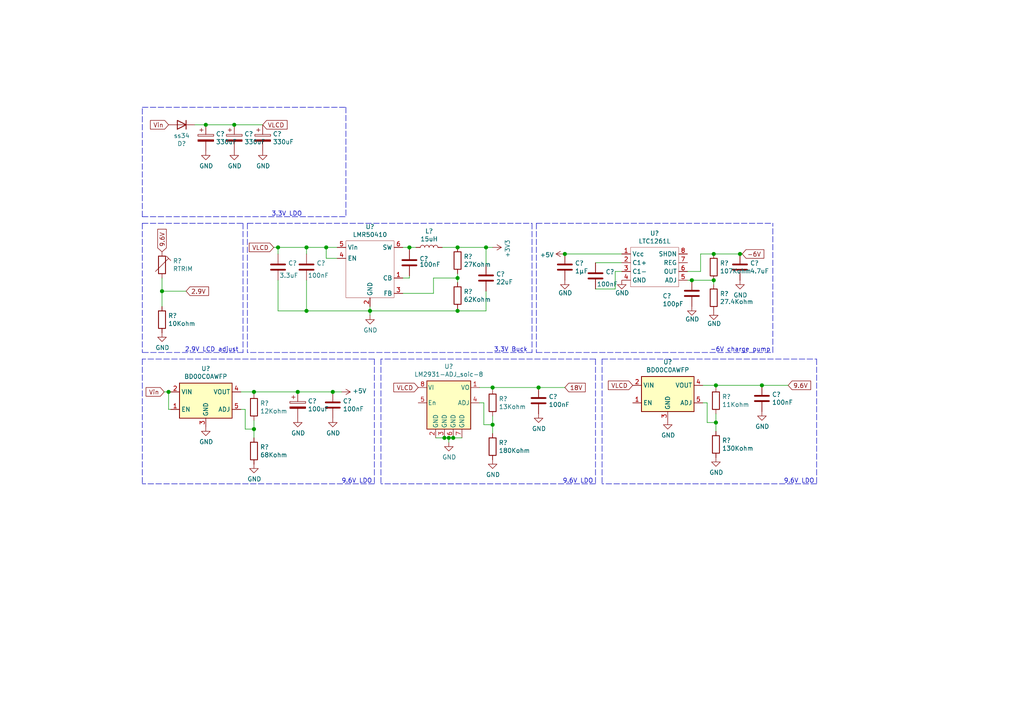
<source format=kicad_sch>
(kicad_sch (version 20210126) (generator eeschema)
  (paper "A4")
  (lib_symbols
    (symbol "00_LIB:LM2931-ADJ_soic-8" (pin_names (offset 0.254))
      (property "Reference" "U" (at -3.81 3.175 0))
      (property "Value" "LM2931-ADJ_soic-8" (at 0 3.175 0))
      (symbol "LM2931-ADJ_soic-8_0_1"
        (rectangle (start -6.35 1.905) (end 6.35 -12.065) (stroke (width 0.254)) (fill (type background)))
      )
      (symbol "LM2931-ADJ_soic-8_1_1"
        (pin power_out line (at 8.89 0 180) (length 2.54) (name "VO") (number "1"))
        (pin input line (at 8.89 -4.445 180) (length 2.54) (name "ADJ") (number "4"))
        (pin power_in line (at -8.89 0 0) (length 2.54) (name "VI") (number "8"))
        (pin input line (at -8.89 -4.445 0) (length 2.54) (name "En") (number "5"))
        (pin input line (at -3.81 -14.605 90) (length 2.54) (name "GND") (number "2"))
        (pin input line (at -1.27 -14.605 90) (length 2.54) (name "GND") (number "3"))
        (pin input line (at 1.27 -14.605 90) (length 2.54) (name "GND") (number "6"))
        (pin input line (at 3.81 -14.605 90) (length 2.54) (name "GND") (number "7"))
      )
    )
    (symbol "00_LIB:LMR50410"
      (property "Reference" "U" (at 0 10.795 0))
      (property "Value" "LMR50410" (at 0 8.89 0))
      (symbol "LMR50410_0_1"
        (rectangle (start -6.985 8.255) (end 6.985 -8.255) (stroke (width 0.0006)))
      )
      (symbol "LMR50410_1_1"
        (pin input line (at -9.525 6.35 0) (length 2.54) (name "Vin") (number "5"))
        (pin input line (at -9.525 3.175 0) (length 2.54) (name "EN") (number "4"))
        (pin input line (at 0 -10.795 90) (length 2.54) (name "GND") (number "2"))
        (pin input line (at 9.525 6.35 180) (length 2.54) (name "SW") (number "6"))
        (pin input line (at 9.525 -2.54 180) (length 2.54) (name "CB") (number "1"))
        (pin input line (at 9.525 -6.985 180) (length 2.54) (name "FB") (number "3"))
      )
    )
    (symbol "01-Global-LIB:LTC1261L"
      (property "Reference" "IC" (at 0 -1.905 0))
      (property "Value" "LTC1261L" (at 0 4.445 0))
      (symbol "LTC1261L_0_1"
        (rectangle (start -6.985 3.81) (end 6.985 -7.62) (stroke (width 0.0006)))
      )
      (symbol "LTC1261L_1_1"
        (pin passive line (at 9.525 1.905 180) (length 2.54) (name "SHDN") (number "8"))
        (pin passive line (at 9.525 -0.635 180) (length 2.54) (name "REG") (number "7"))
        (pin passive line (at 9.525 -3.175 180) (length 2.54) (name "OUT") (number "6"))
        (pin passive line (at 9.525 -5.715 180) (length 2.54) (name "ADJ") (number "5"))
        (pin passive line (at -9.525 1.905 0) (length 2.54) (name "Vcc") (number "1"))
        (pin passive line (at -9.525 -0.635 0) (length 2.54) (name "C1+") (number "2"))
        (pin passive line (at -9.525 -3.175 0) (length 2.54) (name "C1-") (number "3"))
        (pin passive line (at -9.525 -5.715 0) (length 2.54) (name "GND") (number "4"))
      )
    )
    (symbol "Device:C" (pin_numbers hide) (pin_names (offset 0.254))
      (property "Reference" "C" (at 0.635 2.54 0))
      (property "Value" "C" (at 0.635 -2.54 0))
      (symbol "C_0_1"
        (polyline (pts (xy -2.032 -0.762) (xy 2.032 -0.762)) (stroke (width 0.508)))
        (polyline (pts (xy -2.032 0.762) (xy 2.032 0.762)) (stroke (width 0.508)))
      )
      (symbol "C_1_1"
        (pin passive line (at 0 3.81 270) (length 2.794) (name "~") (number "1"))
        (pin passive line (at 0 -3.81 90) (length 2.794) (name "~") (number "2"))
      )
    )
    (symbol "Device:CP" (pin_numbers hide) (pin_names (offset 0.254))
      (property "Reference" "C" (at 0.635 2.54 0))
      (property "Value" "CP" (at 0.635 -2.54 0))
      (symbol "CP_0_1"
        (rectangle (start -2.286 0.508) (end 2.286 1.016))
        (rectangle (start 2.286 -0.508) (end -2.286 -1.016) (fill (type outline)))
        (polyline (pts (xy -1.778 2.286) (xy -0.762 2.286)))
        (polyline (pts (xy -1.27 2.794) (xy -1.27 1.778)))
      )
      (symbol "CP_1_1"
        (pin passive line (at 0 3.81 270) (length 2.794) (name "~") (number "1"))
        (pin passive line (at 0 -3.81 90) (length 2.794) (name "~") (number "2"))
      )
    )
    (symbol "Device:D" (pin_numbers hide) (pin_names (offset 1.016) hide)
      (property "Reference" "D" (at 0 2.54 0))
      (property "Value" "D" (at 0 -2.54 0))
      (symbol "D_0_1"
        (polyline (pts (xy -1.27 1.27) (xy -1.27 -1.27)) (stroke (width 0.254)))
        (polyline (pts (xy 1.27 0) (xy -1.27 0)))
        (polyline (pts (xy 1.27 1.27) (xy 1.27 -1.27) (xy -1.27 0) (xy 1.27 1.27)) (stroke (width 0.254)))
      )
      (symbol "D_1_1"
        (pin passive line (at -3.81 0 0) (length 2.54) (name "K") (number "1"))
        (pin passive line (at 3.81 0 180) (length 2.54) (name "A") (number "2"))
      )
    )
    (symbol "Device:L" (pin_numbers hide) (pin_names (offset 1.016) hide)
      (property "Reference" "L" (at -1.27 0 90))
      (property "Value" "L" (at 1.905 0 90))
      (symbol "L_0_1"
        (arc (start 0 -2.54) (end 0 -1.27) (radius (at 0 -1.905) (length 0.635) (angles -89.9 89.9)))
        (arc (start 0 -1.27) (end 0 0) (radius (at 0 -0.635) (length 0.635) (angles -89.9 89.9)))
        (arc (start 0 0) (end 0 1.27) (radius (at 0 0.635) (length 0.635) (angles -89.9 89.9)))
        (arc (start 0 1.27) (end 0 2.54) (radius (at 0 1.905) (length 0.635) (angles -89.9 89.9)))
      )
      (symbol "L_1_1"
        (pin passive line (at 0 3.81 270) (length 1.27) (name "1") (number "1"))
        (pin passive line (at 0 -3.81 90) (length 1.27) (name "2") (number "2"))
      )
    )
    (symbol "Device:R" (pin_numbers hide) (pin_names (offset 0))
      (property "Reference" "R" (at 2.032 0 90))
      (property "Value" "R" (at 0 0 90))
      (symbol "R_0_1"
        (rectangle (start -1.016 -2.54) (end 1.016 2.54) (stroke (width 0.254)))
      )
      (symbol "R_1_1"
        (pin passive line (at 0 3.81 270) (length 1.27) (name "~") (number "1"))
        (pin passive line (at 0 -3.81 90) (length 1.27) (name "~") (number "2"))
      )
    )
    (symbol "Device:RTRIM" (pin_numbers hide) (pin_names (offset 0))
      (property "Reference" "R" (at 2.54 -2.54 90))
      (property "Value" "RTRIM" (at -2.54 -0.635 90))
      (symbol "RTRIM_0_1"
        (rectangle (start -1.016 -2.54) (end 1.016 2.54) (stroke (width 0.254)))
        (polyline (pts (xy -1.905 -1.905) (xy 1.905 1.905) (xy 2.54 1.27) (xy 1.27 2.54)))
      )
      (symbol "RTRIM_1_1"
        (pin passive line (at 0 3.81 270) (length 1.27) (name "~") (number "1"))
        (pin passive line (at 0 -3.81 90) (length 1.27) (name "~") (number "2"))
      )
    )
    (symbol "Regulator_Linear:MIC29152WU"
      (property "Reference" "U" (at -6.35 6.35 0))
      (property "Value" "MIC29152WU" (at 2.54 6.35 0))
      (symbol "MIC29152WU_1_1"
        (rectangle (start -7.62 5.08) (end 7.62 -5.08) (stroke (width 0.254)) (fill (type background)))
        (pin input line (at -10.16 -2.54 0) (length 2.54) (name "EN") (number "1"))
        (pin power_in line (at -10.16 2.54 0) (length 2.54) (name "VIN") (number "2"))
        (pin power_in line (at 0 -7.62 90) (length 2.54) (name "GND") (number "3"))
        (pin power_out line (at 10.16 2.54 180) (length 2.54) (name "VOUT") (number "4"))
        (pin input line (at 10.16 -2.54 180) (length 2.54) (name "ADJ") (number "5"))
      )
    )
    (symbol "power:+3.3V" (power) (pin_names (offset 0))
      (property "Value" "+3.3V" (at 0 3.556 0))
      (symbol "+3.3V_0_1"
        (polyline (pts (xy -0.762 1.27) (xy 0 2.54)))
        (polyline (pts (xy 0 0) (xy 0 2.54)))
        (polyline (pts (xy 0 2.54) (xy 0.762 1.27)))
      )
      (symbol "+3.3V_1_1"
        (pin power_in line (at 0 0 90) (length 0) hide (name "+3V3") (number "1"))
      )
    )
    (symbol "power:+5V" (power) (pin_names (offset 0))
      (property "Value" "+5V" (at 0 3.556 0))
      (symbol "+5V_0_1"
        (polyline (pts (xy -0.762 1.27) (xy 0 2.54)))
        (polyline (pts (xy 0 0) (xy 0 2.54)))
        (polyline (pts (xy 0 2.54) (xy 0.762 1.27)))
      )
      (symbol "+5V_1_1"
        (pin power_in line (at 0 0 90) (length 0) hide (name "+5V") (number "1"))
      )
    )
    (symbol "power:GND" (power) (pin_names (offset 0))
      (property "Value" "GND" (at 0 -3.81 0))
      (symbol "GND_0_1"
        (polyline (pts (xy 0 0) (xy 0 -1.27) (xy 1.27 -1.27) (xy 0 -2.54) (xy -1.27 -1.27) (xy 0 -1.27)))
      )
      (symbol "GND_1_1"
        (pin power_in line (at 0 0 270) (length 0) hide (name "GND") (number "1"))
      )
    )
  )
  (junction (at 46.99 84.455) (diameter 1.016))
  (junction (at 48.895 113.665) (diameter 1.016))
  (junction (at 59.69 36.195) (diameter 1.016))
  (junction (at 67.945 36.195) (diameter 1.016))
  (junction (at 73.66 113.665) (diameter 1.016))
  (junction (at 73.66 124.46) (diameter 1.016))
  (junction (at 80.645 71.755) (diameter 1.016))
  (junction (at 86.36 113.665) (diameter 1.016))
  (junction (at 88.9 71.755) (diameter 1.016))
  (junction (at 88.9 90.17) (diameter 1.016))
  (junction (at 94.615 71.755) (diameter 1.016))
  (junction (at 96.52 113.665) (diameter 1.016))
  (junction (at 107.315 90.17) (diameter 1.016))
  (junction (at 118.745 71.755) (diameter 1.016))
  (junction (at 128.905 127) (diameter 1.016))
  (junction (at 130.175 127) (diameter 1.016))
  (junction (at 131.445 127) (diameter 1.016))
  (junction (at 132.715 71.755) (diameter 1.016))
  (junction (at 132.715 80.645) (diameter 1.016))
  (junction (at 132.715 90.17) (diameter 1.016))
  (junction (at 140.97 71.755) (diameter 1.016))
  (junction (at 142.875 112.395) (diameter 1.016))
  (junction (at 142.875 123.19) (diameter 1.016))
  (junction (at 156.21 112.395) (diameter 1.016))
  (junction (at 163.83 73.66) (diameter 1.016))
  (junction (at 200.66 81.28) (diameter 1.016))
  (junction (at 207.01 73.66) (diameter 1.016))
  (junction (at 207.01 81.28) (diameter 1.016))
  (junction (at 207.645 111.76) (diameter 1.016))
  (junction (at 207.645 122.555) (diameter 1.016))
  (junction (at 214.63 73.66) (diameter 1.016))
  (junction (at 220.98 111.76) (diameter 1.016))
  (wire (pts (xy 46.99 80.645) (xy 46.99 84.455)))
  (wire (pts (xy 46.99 84.455) (xy 46.99 88.9)))
  (wire (pts (xy 46.99 84.455) (xy 53.975 84.455)))
  (wire (pts (xy 47.625 113.665) (xy 48.895 113.665)))
  (wire (pts (xy 48.895 113.665) (xy 48.895 118.745)))
  (wire (pts (xy 48.895 113.665) (xy 49.53 113.665)))
  (wire (pts (xy 48.895 118.745) (xy 49.53 118.745)))
  (wire (pts (xy 56.515 36.195) (xy 59.69 36.195)))
  (wire (pts (xy 59.69 36.195) (xy 67.945 36.195)))
  (wire (pts (xy 67.945 36.195) (xy 76.2 36.195)))
  (wire (pts (xy 69.85 113.665) (xy 73.66 113.665)))
  (wire (pts (xy 69.85 118.745) (xy 71.12 118.745)))
  (wire (pts (xy 71.12 118.745) (xy 71.12 124.46)))
  (wire (pts (xy 71.12 124.46) (xy 73.66 124.46)))
  (wire (pts (xy 73.66 113.665) (xy 86.36 113.665)))
  (wire (pts (xy 73.66 114.3) (xy 73.66 113.665)))
  (wire (pts (xy 73.66 121.92) (xy 73.66 124.46)))
  (wire (pts (xy 73.66 124.46) (xy 73.66 127)))
  (wire (pts (xy 79.375 71.755) (xy 80.645 71.755)))
  (wire (pts (xy 80.645 71.755) (xy 80.645 73.66)))
  (wire (pts (xy 80.645 71.755) (xy 88.9 71.755)))
  (wire (pts (xy 80.645 81.28) (xy 80.645 90.17)))
  (wire (pts (xy 80.645 90.17) (xy 88.9 90.17)))
  (wire (pts (xy 86.36 113.665) (xy 96.52 113.665)))
  (wire (pts (xy 88.9 71.755) (xy 88.9 73.66)))
  (wire (pts (xy 88.9 71.755) (xy 94.615 71.755)))
  (wire (pts (xy 88.9 81.28) (xy 88.9 90.17)))
  (wire (pts (xy 88.9 90.17) (xy 107.315 90.17)))
  (wire (pts (xy 94.615 71.755) (xy 97.79 71.755)))
  (wire (pts (xy 94.615 74.93) (xy 94.615 71.755)))
  (wire (pts (xy 96.52 113.665) (xy 99.06 113.665)))
  (wire (pts (xy 97.79 74.93) (xy 94.615 74.93)))
  (wire (pts (xy 107.315 90.17) (xy 107.315 88.9)))
  (wire (pts (xy 107.315 90.17) (xy 107.315 91.44)))
  (wire (pts (xy 116.84 71.755) (xy 118.745 71.755)))
  (wire (pts (xy 116.84 80.645) (xy 118.745 80.645)))
  (wire (pts (xy 116.84 85.09) (xy 125.73 85.09)))
  (wire (pts (xy 118.745 71.755) (xy 118.745 72.39)))
  (wire (pts (xy 118.745 71.755) (xy 120.65 71.755)))
  (wire (pts (xy 118.745 80.645) (xy 118.745 80.01)))
  (wire (pts (xy 125.73 80.645) (xy 132.715 80.645)))
  (wire (pts (xy 125.73 85.09) (xy 125.73 80.645)))
  (wire (pts (xy 126.365 127) (xy 128.905 127)))
  (wire (pts (xy 128.905 127) (xy 130.175 127)))
  (wire (pts (xy 130.175 127) (xy 130.175 128.27)))
  (wire (pts (xy 130.175 127) (xy 131.445 127)))
  (wire (pts (xy 131.445 127) (xy 133.985 127)))
  (wire (pts (xy 132.715 71.755) (xy 128.27 71.755)))
  (wire (pts (xy 132.715 80.645) (xy 132.715 79.375)))
  (wire (pts (xy 132.715 80.645) (xy 132.715 81.915)))
  (wire (pts (xy 132.715 89.535) (xy 132.715 90.17)))
  (wire (pts (xy 132.715 90.17) (xy 107.315 90.17)))
  (wire (pts (xy 132.715 90.17) (xy 140.97 90.17)))
  (wire (pts (xy 139.065 112.395) (xy 142.875 112.395)))
  (wire (pts (xy 139.065 116.84) (xy 140.335 116.84)))
  (wire (pts (xy 140.335 116.84) (xy 140.335 123.19)))
  (wire (pts (xy 140.335 123.19) (xy 142.875 123.19)))
  (wire (pts (xy 140.97 71.755) (xy 132.715 71.755)))
  (wire (pts (xy 140.97 71.755) (xy 142.875 71.755)))
  (wire (pts (xy 140.97 76.835) (xy 140.97 71.755)))
  (wire (pts (xy 140.97 90.17) (xy 140.97 84.455)))
  (wire (pts (xy 142.875 112.395) (xy 156.21 112.395)))
  (wire (pts (xy 142.875 113.03) (xy 142.875 112.395)))
  (wire (pts (xy 142.875 120.65) (xy 142.875 123.19)))
  (wire (pts (xy 142.875 123.19) (xy 142.875 125.73)))
  (wire (pts (xy 156.21 112.395) (xy 163.83 112.395)))
  (wire (pts (xy 163.83 73.66) (xy 180.34 73.66)))
  (wire (pts (xy 172.72 76.2) (xy 180.34 76.2)))
  (wire (pts (xy 178.435 78.74) (xy 178.435 83.82)))
  (wire (pts (xy 178.435 83.82) (xy 172.72 83.82)))
  (wire (pts (xy 180.34 78.74) (xy 178.435 78.74)))
  (wire (pts (xy 199.39 78.74) (xy 203.2 78.74)))
  (wire (pts (xy 199.39 81.28) (xy 200.66 81.28)))
  (wire (pts (xy 200.66 81.28) (xy 207.01 81.28)))
  (wire (pts (xy 203.2 73.66) (xy 207.01 73.66)))
  (wire (pts (xy 203.2 78.74) (xy 203.2 73.66)))
  (wire (pts (xy 203.835 111.76) (xy 207.645 111.76)))
  (wire (pts (xy 203.835 116.84) (xy 205.105 116.84)))
  (wire (pts (xy 205.105 116.84) (xy 205.105 122.555)))
  (wire (pts (xy 205.105 122.555) (xy 207.645 122.555)))
  (wire (pts (xy 207.01 73.66) (xy 214.63 73.66)))
  (wire (pts (xy 207.01 81.28) (xy 207.01 82.55)))
  (wire (pts (xy 207.645 111.76) (xy 220.98 111.76)))
  (wire (pts (xy 207.645 112.395) (xy 207.645 111.76)))
  (wire (pts (xy 207.645 120.015) (xy 207.645 122.555)))
  (wire (pts (xy 207.645 122.555) (xy 207.645 125.095)))
  (wire (pts (xy 214.63 73.66) (xy 215.265 73.66)))
  (wire (pts (xy 220.98 111.76) (xy 228.6 111.76)))
  (polyline (pts (xy 41.275 31.115) (xy 100.33 31.115)) (stroke (width 0) (type dash)))
  (polyline (pts (xy 41.275 62.865) (xy 41.275 31.115)) (stroke (width 0) (type dash)))
  (polyline (pts (xy 41.275 62.865) (xy 100.33 62.865)) (stroke (width 0) (type dash)))
  (polyline (pts (xy 41.275 64.77) (xy 41.275 102.235)) (stroke (width 0) (type dash)))
  (polyline (pts (xy 41.275 64.77) (xy 70.485 64.77)) (stroke (width 0) (type dash)))
  (polyline (pts (xy 41.275 104.14) (xy 41.275 140.335)) (stroke (width 0) (type dash)))
  (polyline (pts (xy 70.485 64.77) (xy 70.485 102.235)) (stroke (width 0) (type dash)))
  (polyline (pts (xy 70.485 102.235) (xy 41.275 102.235)) (stroke (width 0) (type dash)))
  (polyline (pts (xy 71.755 64.77) (xy 71.755 102.235)) (stroke (width 0) (type dash)))
  (polyline (pts (xy 71.755 64.77) (xy 154.305 64.77)) (stroke (width 0) (type dash)))
  (polyline (pts (xy 100.33 31.115) (xy 100.33 62.865)) (stroke (width 0) (type dash)))
  (polyline (pts (xy 108.585 104.14) (xy 41.275 104.14)) (stroke (width 0) (type dash)))
  (polyline (pts (xy 108.585 104.14) (xy 108.585 140.335)) (stroke (width 0) (type dash)))
  (polyline (pts (xy 108.585 140.335) (xy 41.275 140.335)) (stroke (width 0) (type dash)))
  (polyline (pts (xy 110.49 104.14) (xy 110.49 140.335)) (stroke (width 0) (type dash)))
  (polyline (pts (xy 154.305 64.77) (xy 154.305 102.235)) (stroke (width 0) (type dash)))
  (polyline (pts (xy 154.305 102.235) (xy 71.755 102.235)) (stroke (width 0) (type dash)))
  (polyline (pts (xy 155.575 64.77) (xy 155.575 102.235)) (stroke (width 0) (type dash)))
  (polyline (pts (xy 155.575 64.77) (xy 224.155 64.77)) (stroke (width 0) (type dash)))
  (polyline (pts (xy 155.575 102.235) (xy 224.155 102.235)) (stroke (width 0) (type dash)))
  (polyline (pts (xy 172.72 104.14) (xy 110.49 104.14)) (stroke (width 0) (type dash)))
  (polyline (pts (xy 172.72 104.14) (xy 172.72 140.335)) (stroke (width 0) (type dash)))
  (polyline (pts (xy 172.72 140.335) (xy 110.49 140.335)) (stroke (width 0) (type dash)))
  (polyline (pts (xy 174.625 104.14) (xy 174.625 140.335)) (stroke (width 0) (type dash)))
  (polyline (pts (xy 174.625 104.14) (xy 236.855 104.14)) (stroke (width 0) (type dash)))
  (polyline (pts (xy 224.155 102.235) (xy 224.155 64.77)) (stroke (width 0) (type dash)))
  (polyline (pts (xy 236.855 104.14) (xy 236.855 140.335)) (stroke (width 0) (type dash)))
  (polyline (pts (xy 236.855 140.335) (xy 174.625 140.335)) (stroke (width 0) (type dash)))
  (text "2.9V LCD adjust\n" (at 69.215 102.235 180) (effects (font (size 1.27 1.27)) (justify right bottom)))
  (text "3.3V LDO\n" (at 87.63 62.865 180) (effects (font (size 1.27 1.27)) (justify right bottom)))
  (text "9.6V LDO\n" (at 107.95 140.335 180) (effects (font (size 1.27 1.27)) (justify right bottom)))
  (text "3.3V Buck\n" (at 153.035 102.235 180) (effects (font (size 1.27 1.27)) (justify right bottom)))
  (text "9.6V LDO\n" (at 172.085 140.335 180) (effects (font (size 1.27 1.27)) (justify right bottom)))
  (text "-6V charge pump\n" (at 223.52 102.235 180) (effects (font (size 1.27 1.27)) (justify right bottom)))
  (text "9.6V LDO\n" (at 236.22 140.335 180) (effects (font (size 1.27 1.27)) (justify right bottom)))
  (global_label "9.6V" (shape input) (at 46.99 73.025 90) (property "Intersheet References" "${INTERSHEET_REFS}" (effects hide)))
  (global_label "Vin" (shape input) (at 47.625 113.665 180) (property "Intersheet References" "${INTERSHEET_REFS}" (effects hide)))
  (global_label "Vin" (shape input) (at 48.895 36.195 180) (property "Intersheet References" "${INTERSHEET_REFS}" (effects hide)))
  (global_label "2.9V" (shape input) (at 53.975 84.455 0) (property "Intersheet References" "${INTERSHEET_REFS}" (effects hide)))
  (global_label "VLCD" (shape input) (at 76.2 36.195 0) (property "Intersheet References" "${INTERSHEET_REFS}" (effects hide)))
  (global_label "VLCD" (shape input) (at 79.375 71.755 180) (property "Intersheet References" "${INTERSHEET_REFS}" (effects hide)))
  (global_label "VLCD" (shape input) (at 121.285 112.395 180) (property "Intersheet References" "${INTERSHEET_REFS}" (effects hide)))
  (global_label "18V" (shape input) (at 163.83 112.395 0) (property "Intersheet References" "${INTERSHEET_REFS}" (effects hide)))
  (global_label "VLCD" (shape input) (at 183.515 111.76 180) (property "Intersheet References" "${INTERSHEET_REFS}" (effects hide)))
  (global_label "-6V" (shape input) (at 215.265 73.66 0) (property "Intersheet References" "${INTERSHEET_REFS}" (effects hide)))
  (global_label "9.6V" (shape input) (at 228.6 111.76 0) (property "Intersheet References" "${INTERSHEET_REFS}" (effects hide)))
  (symbol (lib_id "power:+5V") (at 99.06 113.665 270) (unit 1)
    (property "Reference" "#PWR?" (effects hide))
    (property "Value" "+5V" (at 102.2351 113.3983 90) (effects (justify left)))
  )
  (symbol (lib_id "power:+3.3V") (at 142.875 71.755 270) (unit 1)
    (property "Reference" "#PWR?" (effects hide))
    (property "Value" "+3.3V" (at 147.1994 72.1233 0))
  )
  (symbol (lib_id "power:+5V") (at 163.83 73.66 90) (unit 1)
    (property "Reference" "#PWR?" (effects hide))
    (property "Value" "+5V" (at 160.6549 73.9267 90) (effects (justify left)))
  )
  (symbol (lib_id "Device:L") (at 124.46 71.755 90) (unit 1)
    (property "Reference" "L?" (at 124.46 67.0368 90))
    (property "Value" "15uH" (at 124.46 69.335 90))
    (property "Footprint" "Inductor_SMD:L_10.4x10.4_H4.8" (effects hide))
    (property "LCSC" "C156417" (effects hide))
    (property "Orderd" "4" (effects hide))
  )
  (symbol (lib_id "power:GND") (at 46.99 96.52 0) (unit 1)
    (property "Reference" "#PWR?" (effects hide))
    (property "Value" "GND" (at 47.1043 100.8444 0))
  )
  (symbol (lib_id "power:GND") (at 59.69 43.815 0) (unit 1)
    (property "Reference" "#PWR?" (effects hide))
    (property "Value" "GND" (at 59.8043 48.1394 0))
  )
  (symbol (lib_id "power:GND") (at 59.69 123.825 0) (unit 1)
    (property "Reference" "#PWR?" (effects hide))
    (property "Value" "GND" (at 59.8043 128.1494 0))
  )
  (symbol (lib_id "power:GND") (at 67.945 43.815 0) (unit 1)
    (property "Reference" "#PWR?" (effects hide))
    (property "Value" "GND" (at 68.0593 48.1394 0))
  )
  (symbol (lib_id "power:GND") (at 73.66 134.62 0) (unit 1)
    (property "Reference" "#PWR?" (effects hide))
    (property "Value" "GND" (at 73.7743 138.9444 0))
  )
  (symbol (lib_id "power:GND") (at 76.2 43.815 0) (unit 1)
    (property "Reference" "#PWR?" (effects hide))
    (property "Value" "GND" (at 76.3143 48.1394 0))
  )
  (symbol (lib_id "power:GND") (at 86.36 121.285 0) (unit 1)
    (property "Reference" "#PWR?" (effects hide))
    (property "Value" "GND" (at 86.4743 125.6094 0))
  )
  (symbol (lib_id "power:GND") (at 96.52 121.285 0) (unit 1)
    (property "Reference" "#PWR?" (effects hide))
    (property "Value" "GND" (at 96.6343 125.6094 0))
  )
  (symbol (lib_id "power:GND") (at 107.315 91.44 0) (unit 1)
    (property "Reference" "#PWR?" (effects hide))
    (property "Value" "GND" (at 107.4293 95.7644 0))
  )
  (symbol (lib_id "power:GND") (at 130.175 128.27 0) (unit 1)
    (property "Reference" "#PWR?" (effects hide))
    (property "Value" "GND" (at 130.2893 132.5944 0))
  )
  (symbol (lib_id "power:GND") (at 142.875 133.35 0) (unit 1)
    (property "Reference" "#PWR?" (effects hide))
    (property "Value" "GND" (at 142.9893 137.6744 0))
  )
  (symbol (lib_id "power:GND") (at 156.21 120.015 0) (unit 1)
    (property "Reference" "#PWR?" (effects hide))
    (property "Value" "GND" (at 156.3243 124.3394 0))
  )
  (symbol (lib_id "power:GND") (at 163.83 81.28 0) (unit 1)
    (property "Reference" "#PWR?" (effects hide))
    (property "Value" "GND" (at 163.9443 84.9694 0))
  )
  (symbol (lib_id "power:GND") (at 180.34 81.28 0) (unit 1)
    (property "Reference" "#PWR?" (effects hide))
    (property "Value" "GND" (at 180.4543 84.9694 0))
  )
  (symbol (lib_id "power:GND") (at 193.675 121.92 0) (unit 1)
    (property "Reference" "#PWR?" (effects hide))
    (property "Value" "GND" (at 193.7893 126.2444 0))
  )
  (symbol (lib_id "power:GND") (at 200.66 88.9 0) (unit 1)
    (property "Reference" "#PWR?" (effects hide))
    (property "Value" "GND" (at 200.7743 92.5894 0))
  )
  (symbol (lib_id "power:GND") (at 207.01 90.17 0) (unit 1)
    (property "Reference" "#PWR?" (effects hide))
    (property "Value" "GND" (at 207.1243 93.8594 0))
  )
  (symbol (lib_id "power:GND") (at 207.645 132.715 0) (unit 1)
    (property "Reference" "#PWR?" (effects hide))
    (property "Value" "GND" (at 207.7593 137.0394 0))
  )
  (symbol (lib_id "power:GND") (at 214.63 81.28 0) (unit 1)
    (property "Reference" "#PWR?" (effects hide))
    (property "Value" "GND" (at 214.7443 85.6044 0))
  )
  (symbol (lib_id "power:GND") (at 220.98 119.38 0) (unit 1)
    (property "Reference" "#PWR?" (effects hide))
    (property "Value" "GND" (at 221.0943 123.7044 0))
  )
  (symbol (lib_id "Device:R") (at 46.99 92.71 0) (unit 1)
    (property "Reference" "R?" (at 48.7681 91.5606 0) (effects (justify left)))
    (property "Value" "10Kohm" (at 48.768 93.859 0) (effects (justify left)))
    (property "Footprint" "Resistor_SMD:R_0805_2012Metric_Pad1.20x1.40mm_HandSolder" (effects hide))
  )
  (symbol (lib_id "Device:R") (at 73.66 118.11 0) (unit 1)
    (property "Reference" "R?" (at 75.4381 116.9606 0) (effects (justify left)))
    (property "Value" "12Kohm" (at 75.438 119.259 0) (effects (justify left)))
    (property "Footprint" "Resistor_SMD:R_0805_2012Metric_Pad1.20x1.40mm_HandSolder" (effects hide))
    (property "LCSC" "C170031" (effects hide))
  )
  (symbol (lib_id "Device:R") (at 73.66 130.81 0) (unit 1)
    (property "Reference" "R?" (at 75.4381 129.6606 0) (effects (justify left)))
    (property "Value" "68Kohm" (at 75.438 131.959 0) (effects (justify left)))
    (property "Footprint" "Resistor_SMD:R_0805_2012Metric_Pad1.20x1.40mm_HandSolder" (effects hide))
    (property "LCSC" "C706267" (effects hide))
  )
  (symbol (lib_id "Device:R") (at 132.715 75.565 0) (unit 1)
    (property "Reference" "R?" (at 134.4931 74.4156 0) (effects (justify left)))
    (property "Value" "27Kohm" (at 134.493 76.714 0) (effects (justify left)))
    (property "Footprint" "Resistor_SMD:R_0805_2012Metric_Pad1.20x1.40mm_HandSolder" (effects hide))
    (property "LCSC" "C706252" (effects hide))
    (property "Orderd" "50" (effects hide))
  )
  (symbol (lib_id "Device:R") (at 132.715 85.725 0) (unit 1)
    (property "Reference" "R?" (at 134.4931 84.5756 0) (effects (justify left)))
    (property "Value" "62Kohm" (at 134.493 86.874 0) (effects (justify left)))
    (property "Footprint" "Resistor_SMD:R_0805_2012Metric_Pad1.20x1.40mm_HandSolder" (effects hide))
    (property "LCSC" "C422851" (effects hide))
    (property "Orderd" "100" (effects hide))
  )
  (symbol (lib_id "Device:R") (at 142.875 116.84 0) (unit 1)
    (property "Reference" "R?" (at 144.6531 115.6906 0) (effects (justify left)))
    (property "Value" "13Kohm" (at 144.653 117.989 0) (effects (justify left)))
    (property "Footprint" "Resistor_SMD:R_0805_2012Metric_Pad1.20x1.40mm_HandSolder" (effects hide))
    (property "LCSC" "C170031" (effects hide))
  )
  (symbol (lib_id "Device:R") (at 142.875 129.54 0) (unit 1)
    (property "Reference" "R?" (at 144.6531 128.3906 0) (effects (justify left)))
    (property "Value" "180Kohm" (at 144.653 130.689 0) (effects (justify left)))
    (property "Footprint" "Resistor_SMD:R_0805_2012Metric_Pad1.20x1.40mm_HandSolder" (effects hide))
    (property "LCSC" "C706267" (effects hide))
  )
  (symbol (lib_id "Device:R") (at 207.01 77.47 0) (unit 1)
    (property "Reference" "R?" (at 208.7881 76.3206 0) (effects (justify left)))
    (property "Value" "107Kohm" (at 208.788 78.619 0) (effects (justify left)))
    (property "Footprint" "Resistor_SMD:R_0805_2012Metric_Pad1.20x1.40mm_HandSolder" (effects hide))
    (property "LCSC" "C409944" (effects hide))
    (property "Orderd" "100" (effects hide))
  )
  (symbol (lib_id "Device:R") (at 207.01 86.36 0) (unit 1)
    (property "Reference" "R?" (at 208.7881 85.2106 0) (effects (justify left)))
    (property "Value" "27.4Kohm" (at 208.788 87.509 0) (effects (justify left)))
    (property "Footprint" "Resistor_SMD:R_0805_2012Metric_Pad1.20x1.40mm_HandSolder" (effects hide))
    (property "LCSC" "C17587" (effects hide))
    (property "Orderd" "100" (effects hide))
  )
  (symbol (lib_id "Device:R") (at 207.645 116.205 0) (unit 1)
    (property "Reference" "R?" (at 209.4231 115.0556 0) (effects (justify left)))
    (property "Value" "11Kohm" (at 209.423 117.354 0) (effects (justify left)))
    (property "Footprint" "Resistor_SMD:R_0805_2012Metric_Pad1.20x1.40mm_HandSolder" (effects hide))
    (property "LCSC" "C170031" (effects hide))
  )
  (symbol (lib_id "Device:R") (at 207.645 128.905 0) (unit 1)
    (property "Reference" "R?" (at 209.4231 127.7556 0) (effects (justify left)))
    (property "Value" "130Kohm" (at 209.423 130.054 0) (effects (justify left)))
    (property "Footprint" "Resistor_SMD:R_0805_2012Metric_Pad1.20x1.40mm_HandSolder" (effects hide))
    (property "LCSC" "C706267" (effects hide))
  )
  (symbol (lib_id "Device:D") (at 52.705 36.195 180) (unit 1)
    (property "Reference" "D?" (at 52.705 41.6814 0))
    (property "Value" "ss34" (at 52.705 39.37 0))
    (property "Footprint" "Diode_SMD:D_SMA_Handsoldering" (effects hide))
    (property "LCSC" "C83961" (effects hide))
    (property "Orderd" "100" (effects hide))
  )
  (symbol (lib_id "Device:RTRIM") (at 46.99 76.835 0) (unit 1)
    (property "Reference" "R?" (at 50.1651 75.6856 0) (effects (justify left)))
    (property "Value" "RTRIM" (at 50.1651 77.9843 0) (effects (justify left)))
    (property "Footprint" "Potentiometer_SMD:Potentiometer_Bourns_3214J_Horizontal" (effects hide))
    (property "LCSC" "C128545" (effects hide))
  )
  (symbol (lib_id "Device:CP") (at 59.69 40.005 0) (unit 1)
    (property "Reference" "C?" (at 62.6111 38.8556 0) (effects (justify left)))
    (property "Value" "330uF" (at 62.611 41.154 0) (effects (justify left)))
    (property "Footprint" "Capacitor_SMD:CP_Elec_10x10.5" (effects hide))
    (property "LCSC" "C19606" (effects hide))
    (property "Orderd" "20" (effects hide))
  )
  (symbol (lib_id "Device:CP") (at 67.945 40.005 0) (unit 1)
    (property "Reference" "C?" (at 70.8661 38.8556 0) (effects (justify left)))
    (property "Value" "330uF" (at 70.866 41.154 0) (effects (justify left)))
    (property "Footprint" "Capacitor_SMD:CP_Elec_10x10.5" (effects hide))
    (property "LCSC" "C19606" (effects hide))
    (property "Orderd" "20" (effects hide))
  )
  (symbol (lib_id "Device:CP") (at 76.2 40.005 0) (unit 1)
    (property "Reference" "C?" (at 79.1211 38.8556 0) (effects (justify left)))
    (property "Value" "330uF" (at 79.121 41.154 0) (effects (justify left)))
    (property "Footprint" "Capacitor_SMD:CP_Elec_10x10.5" (effects hide))
    (property "LCSC" "C19606" (effects hide))
    (property "Orderd" "20" (effects hide))
  )
  (symbol (lib_id "Device:C") (at 80.645 77.47 0) (unit 1)
    (property "Reference" "C?" (at 83.5661 76.3206 0) (effects (justify left)))
    (property "Value" "3.3uF" (at 81.026 79.889 0) (effects (justify left)))
    (property "Footprint" "Capacitor_SMD:CP_Elec_4x5.7" (effects hide))
    (property "LCSC" "C249911" (effects hide))
    (property "Orderd" "10" (effects hide))
  )
  (symbol (lib_id "Device:CP") (at 86.36 117.475 0) (unit 1)
    (property "Reference" "C?" (at 89.2811 116.3256 0) (effects (justify left)))
    (property "Value" "100uF" (at 89.281 118.624 0) (effects (justify left)))
    (property "Footprint" "Capacitor_SMD:CP_Elec_5x5.4" (effects hide))
  )
  (symbol (lib_id "Device:C") (at 88.9 77.47 0) (unit 1)
    (property "Reference" "C?" (at 91.8211 76.3206 0) (effects (justify left)))
    (property "Value" "100nF" (at 89.281 79.889 0) (effects (justify left)))
    (property "Footprint" "Capacitor_SMD:C_0805_2012Metric_Pad1.18x1.45mm_HandSolder" (effects hide))
    (property "Orderd" "1000" (effects hide))
  )
  (symbol (lib_id "Device:C") (at 96.52 117.475 0) (unit 1)
    (property "Reference" "C?" (at 99.4411 116.3256 0) (effects (justify left)))
    (property "Value" "100nF" (at 99.441 118.624 0) (effects (justify left)))
    (property "Footprint" "Capacitor_SMD:C_0805_2012Metric_Pad1.18x1.45mm_HandSolder" (effects hide))
    (property "LCSC" "C168908" (effects hide))
    (property "Orderd" "100" (effects hide))
  )
  (symbol (lib_id "Device:C") (at 118.745 76.2 0) (unit 1)
    (property "Reference" "C?" (at 121.6661 75.0506 0) (effects (justify left)))
    (property "Value" "100nF" (at 121.666 76.714 0) (effects (justify left)))
    (property "Footprint" "Capacitor_SMD:C_0805_2012Metric_Pad1.18x1.45mm_HandSolder" (effects hide))
    (property "Orderd" "1000" (effects hide))
  )
  (symbol (lib_id "Device:C") (at 140.97 80.645 0) (unit 1)
    (property "Reference" "C?" (at 143.8911 79.4956 0) (effects (justify left)))
    (property "Value" "22uF" (at 143.891 81.794 0) (effects (justify left)))
    (property "Footprint" "Capacitor_SMD:CP_Elec_3x5.3" (effects hide))
    (property "LCSC" "C249481" (effects hide))
    (property "Orderd" "10" (effects hide))
  )
  (symbol (lib_id "Device:C") (at 156.21 116.205 0) (unit 1)
    (property "Reference" "C?" (at 159.1311 115.0556 0) (effects (justify left)))
    (property "Value" "100nF" (at 159.131 117.354 0) (effects (justify left)))
    (property "Footprint" "Capacitor_SMD:C_0805_2012Metric_Pad1.18x1.45mm_HandSolder" (effects hide))
    (property "LCSC" "C168908" (effects hide))
    (property "Orderd" "100" (effects hide))
  )
  (symbol (lib_id "Device:C") (at 163.83 77.47 0) (unit 1)
    (property "Reference" "C?" (at 166.7511 76.3206 0) (effects (justify left)))
    (property "Value" "1µF" (at 166.751 78.619 0) (effects (justify left)))
    (property "Footprint" "Capacitor_SMD:C_0805_2012Metric_Pad1.18x1.45mm_HandSolder" (effects hide))
    (property "LCSC" "C50683" (effects hide))
    (property "Orderd" "200" (effects hide))
  )
  (symbol (lib_id "Device:C") (at 172.72 80.01 0) (unit 1)
    (property "Reference" "C?" (at 175.6411 78.8606 0) (effects (justify left)))
    (property "Value" "100nF" (at 173.101 82.429 0) (effects (justify left)))
    (property "Footprint" "Capacitor_SMD:C_0805_2012Metric_Pad1.18x1.45mm_HandSolder" (effects hide))
    (property "Orderd" "1000" (effects hide))
  )
  (symbol (lib_id "Device:C") (at 200.66 85.09 0) (unit 1)
    (property "Reference" "C?" (at 192.1511 85.8456 0) (effects (justify left)))
    (property "Value" "100pF" (at 192.151 88.144 0) (effects (justify left)))
    (property "Footprint" "Capacitor_SMD:C_0805_2012Metric_Pad1.18x1.45mm_HandSolder" (effects hide))
    (property "LCSC" "C82028" (effects hide))
    (property "Orderd" "200" (effects hide))
  )
  (symbol (lib_id "Device:C") (at 214.63 77.47 0) (unit 1)
    (property "Reference" "C?" (at 217.5511 76.3206 0) (effects (justify left)))
    (property "Value" "4.7uF" (at 217.5511 78.6193 0) (effects (justify left)))
    (property "Footprint" "Capacitor_SMD:C_0805_2012Metric_Pad1.18x1.45mm_HandSolder" (effects hide))
    (property "LCSC" "C168908" (effects hide))
    (property "Orderd" "100" (effects hide))
  )
  (symbol (lib_id "Device:C") (at 220.98 115.57 0) (unit 1)
    (property "Reference" "C?" (at 223.9011 114.4206 0) (effects (justify left)))
    (property "Value" "100nF" (at 223.901 116.719 0) (effects (justify left)))
    (property "Footprint" "Capacitor_SMD:C_0805_2012Metric_Pad1.18x1.45mm_HandSolder" (effects hide))
    (property "LCSC" "C168908" (effects hide))
    (property "Orderd" "100" (effects hide))
  )
  (symbol (lib_id "01-Global-LIB:LTC1261L") (at 189.865 75.565 0) (unit 1)
    (property "Reference" "U?" (at 189.865 67.671 0))
    (property "Value" "LTC1261L" (at 189.865 69.9702 0))
    (property "Footprint" "Package_SO:MSOP-8_3x3mm_P0.65mm" (effects hide))
  )
  (symbol (lib_id "Regulator_Linear:MIC29152WU") (at 59.69 116.205 0) (unit 1)
    (property "Reference" "U?" (at 59.69 106.9148 0))
    (property "Value" "BD00C0AWFP" (at 59.69 109.213 0))
    (property "Footprint" "Package_TO_SOT_SMD:TO-252-5_TabPin3" (effects hide))
    (property "Datasheet" "http://ww1.microchip.com/downloads/en/devicedoc/20005685a.pdf" (effects hide))
  )
  (symbol (lib_id "Regulator_Linear:MIC29152WU") (at 193.675 114.3 0) (unit 1)
    (property "Reference" "U?" (at 193.675 105.0098 0))
    (property "Value" "BD00C0AWFP" (at 193.675 107.308 0))
    (property "Footprint" "Package_TO_SOT_SMD:TO-252-5_TabPin3" (effects hide))
    (property "Datasheet" "http://ww1.microchip.com/downloads/en/devicedoc/20005685a.pdf" (effects hide))
  )
  (symbol (lib_id "00_LIB:LM2931-ADJ_soic-8") (at 130.175 112.395 0) (unit 1)
    (property "Reference" "U?" (at 130.175 106.2798 0))
    (property "Value" "LM2931-ADJ_soic-8" (at 130.175 108.5785 0))
    (property "Footprint" "Package_SO:SOIC-8_3.9x4.9mm_P1.27mm" (effects hide))
    (property "Datasheet" "http://www.ti.com/lit/ds/symlink/lm2931-n.pdf" (effects hide))
  )
  (symbol (lib_id "00_LIB:LMR50410") (at 107.315 78.105 0) (unit 1)
    (property "Reference" "U?" (at 107.315 65.7665 0))
    (property "Value" "LMR50410" (at 107.315 68.0652 0))
    (property "Footprint" "Package_TO_SOT_SMD:TSOT-23-6_HandSoldering" (effects hide))
    (property "LCSC" "mouser" (effects hide))
  )
)
</source>
